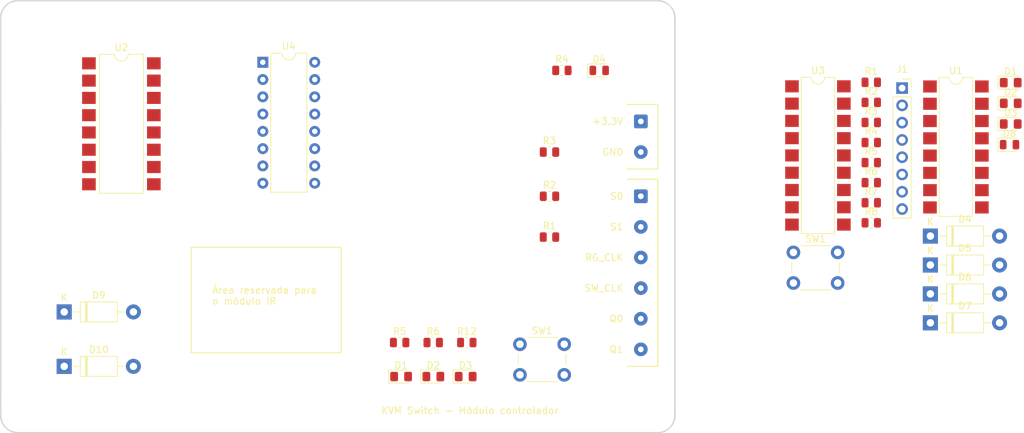
<source format=kicad_pcb>
(kicad_pcb (version 20221018) (generator pcbnew)
  (layers (0 "F.Cu" signal) (31 "B.Cu" signal) (34 "B.Paste" user) (35 "F.Paste" user) (36 "B.SilkS" user "B.Silkscreen") (37 "F.SilkS" user "F.Silkscreen") (38 "B.Mask" user) (39 "F.Mask" user) (44 "Edge.Cuts" user))
  (net 0 "")
  (net 1 "GND")
  (net 2 "Net-(D1-A)")
  (net 3 "Net-(D2-A)")
  (net 4 "Net-(D3-A)")
  (net 5 "Net-(D4-A)")
  (net 6 "/Control Sheet/LED2_ON")
  (net 7 "/Control Sheet/SI0")
  (net 8 "/Control Sheet/LED3_ON")
  (net 9 "/Control Sheet/SI1")
  (net 10 "+3.3V")
  (net 11 "/Control Sheet/REG_CLK")
  (net 12 "/Control Sheet/SO0")
  (net 13 "/Control Sheet/SO1")
  (net 14 "/Control Sheet/S0")
  (net 15 "/Control Sheet/S1")
  (net 16 "/Control Sheet/CLOCK")
  (net 17 "/Control Sheet/LED1_ON")
  (net 18 "/BUF_REG_S0")
  (net 19 "/S0_IN")
  (net 20 "/BUF_REG_S1")
  (net 21 "/S1_IN")
  (net 22 "/REG_CLK_IN")
  (net 23 "/SEQ_CLK")
  (net 24 "/SEQ_CLK_IN")
  (net 25 "/LED2_ON")
  (net 26 "Net-(D8-A)")
  (net 27 "/LED3_ON")
  (net 29 "/REG_CLK")
  (net 30 "/BUF_SEQ_S0")
  (net 31 "/SEQ_Q0")
  (net 32 "/BUF_SEQ_S1")
  (net 35 "/LED1_ON")
  (net 36 "/SEQ_RESET")
  (net 41 "/REG_S0")
  (net 42 "/REG_S1")
  (footprint "Diode_THT:D_DO-41_SOD81_P10.16mm_Horizontal" (layer "F.Cu") (at 213.51 120.6)
    (fp_text reference "D7" (at 5.08 -2.47) (layer "F.SilkS"))
    (fp_text value "1N4001")
    (fp_text user "K" (at 0 -2.1) (layer "F.SilkS"))
    (fp_line (start 1.34 0) (end 2.36 0) (stroke (width 0.12)) (layer "F.SilkS"))
    (fp_line (start 2.36 -1.47) (end 2.36 1.47) (stroke (width 0.12)) (layer "F.SilkS"))
    (fp_line (start 2.36 1.47) (end 7.8 1.47) (stroke (width 0.12)) (layer "F.SilkS"))
    (fp_line (start 3.14 -1.47) (end 3.14 1.47) (stroke (width 0.12)) (layer "F.SilkS"))
    (fp_line (start 3.26 -1.47) (end 3.26 1.47) (stroke (width 0.12)) (layer "F.SilkS"))
    (fp_line (start 3.38 -1.47) (end 3.38 1.47) (stroke (width 0.12)) (layer "F.SilkS"))
    (fp_line (start 7.8 -1.47) (end 2.36 -1.47) (stroke (width 0.12)) (layer "F.SilkS"))
    (fp_line (start 7.8 1.47) (end 7.8 -1.47) (stroke (width 0.12)) (layer "F.SilkS"))
    (fp_line (start 8.82 0) (end 7.8 0) (stroke (width 0.12)) (layer "F.SilkS"))
    (pad "1" thru_hole rect (at 0 0) (size 2.2 2.2) (drill 1.1) (layers "*.Cu" "*.Mask") (net 23 "/SEQ_CLK"))
    (pad "2" thru_hole oval (at 10.16 0) (size 2.2 2.2) (drill 1.1) (layers "*.Cu" "*.Mask") (net 24 "/SEQ_CLK_IN"))
  )
  (footprint "Resistor_SMD:R_0805_2012Metric" (layer "F.Cu") (at 204.83 88.2)
    (fp_text reference "R2" (at 0 -1.65) (layer "F.SilkS"))
    (fp_text value "R75")
    (fp_line (start -0.227064 -0.735) (end 0.227064 -0.735) (stroke (width 0.12)) (layer "F.SilkS"))
    (fp_line (start -0.227064 0.735) (end 0.227064 0.735) (stroke (width 0.12)) (layer "F.SilkS"))
    (pad "1" smd roundrect (at -0.9125 0) (size 1.025 1.4) (layers "F.Cu" "F.Paste" "F.Mask") (roundrect_rratio 0.243902) (net 25 "/LED2_ON"))
    (pad "2" smd roundrect (at 0.9125 0) (size 1.025 1.4) (layers "F.Cu" "F.Paste" "F.Mask") (roundrect_rratio 0.243902) (net 3 "Net-(D2-A)"))
  )
  (footprint "Resistor_SMD:R_0805_2012Metric" (layer "F.Cu") (at 157.5875 95.5)
    (fp_text reference "R3" (at 0 -1.65) (layer "F.SilkS"))
    (fp_text value "10k")
    (fp_line (start -0.227064 -0.735) (end 0.227064 -0.735) (stroke (width 0.12)) (layer "F.SilkS"))
    (fp_line (start -0.227064 0.735) (end 0.227064 0.735) (stroke (width 0.12)) (layer "F.SilkS"))
    (pad "1" smd roundrect (at -0.9125 0) (size 1.025 1.4) (layers "F.Cu" "F.Paste" "F.Mask") (roundrect_rratio 0.243902) (net 16 "/Control Sheet/CLOCK"))
    (pad "2" smd roundrect (at 0.9125 0) (size 1.025 1.4) (layers "F.Cu" "F.Paste" "F.Mask") (roundrect_rratio 0.243902) (net 1 "GND"))
  )
  (footprint "Resistor_SMD:R_0805_2012Metric" (layer "F.Cu") (at 204.83 85.25)
    (fp_text reference "R1" (at 0 -1.65) (layer "F.SilkS"))
    (fp_text value "R75")
    (fp_line (start -0.227064 -0.735) (end 0.227064 -0.735) (stroke (width 0.12)) (layer "F.SilkS"))
    (fp_line (start -0.227064 0.735) (end 0.227064 0.735) (stroke (width 0.12)) (layer "F.SilkS"))
    (pad "1" smd roundrect (at -0.9125 0) (size 1.025 1.4) (layers "F.Cu" "F.Paste" "F.Mask") (roundrect_rratio 0.243902) (net 35 "/LED1_ON"))
    (pad "2" smd roundrect (at 0.9125 0) (size 1.025 1.4) (layers "F.Cu" "F.Paste" "F.Mask") (roundrect_rratio 0.243902) (net 2 "Net-(D1-A)"))
  )
  (footprint "Package_DIP:SMDIP-16_W7.62mm" (layer "F.Cu") (at 217.26 94.75)
    (fp_text reference "U1" (at 0 -11.22) (layer "F.SilkS"))
    (fp_text value "74AHC1G02")
    (fp_line (start -2.45 -10.22) (end -2.45 10.22) (stroke (width 0.12)) (layer "F.SilkS"))
    (fp_line (start -2.45 10.22) (end 2.45 10.22) (stroke (width 0.12)) (layer "F.SilkS"))
    (fp_line (start -1 -10.22) (end -2.45 -10.22) (stroke (width 0.12)) (layer "F.SilkS"))
    (fp_line (start 2.45 -10.22) (end 1 -10.22) (stroke (width 0.12)) (layer "F.SilkS"))
    (fp_line (start 2.45 10.22) (end 2.45 -10.22) (stroke (width 0.12)) (layer "F.SilkS"))
    (fp_arc (start 1 -10.22) (mid 0 -9.22) (end -1 -10.22) (stroke (width 0.12)) (layer "F.SilkS"))
    (pad "1" smd rect (at -3.81 -8.89) (size 2 1.78) (layers "F.Cu" "F.Paste" "F.Mask") (net 25 "/LED2_ON"))
    (pad "2" smd rect (at -3.81 -6.35) (size 2 1.78) (layers "F.Cu" "F.Paste" "F.Mask") (net 27 "/LED3_ON"))
    (pad "3" smd rect (at -3.81 -3.81) (size 2 1.78) (layers "F.Cu" "F.Paste" "F.Mask") (net 1 "GND"))
    (pad "4" smd rect (at -3.81 -1.27) (size 2 1.78) (layers "F.Cu" "F.Paste" "F.Mask") (net 35 "/LED1_ON"))
    (pad "5" smd rect (at -3.81 1.27) (size 2 1.78) (layers "F.Cu" "F.Paste" "F.Mask") (net 10 "+3.3V"))
    (pad "6" smd rect (at -3.81 3.81) (size 2 1.78) (layers "F.Cu" "F.Paste" "F.Mask"))
    (pad "7" smd rect (at -3.81 6.35) (size 2 1.78) (layers "F.Cu" "F.Paste" "F.Mask"))
    (pad "8" smd rect (at -3.81 8.89) (size 2 1.78) (layers "F.Cu" "F.Paste" "F.Mask"))
    (pad "9" smd rect (at 3.81 8.89) (size 2 1.78) (layers "F.Cu" "F.Paste" "F.Mask"))
    (pad "10" smd rect (at 3.81 6.35) (size 2 1.78) (layers "F.Cu" "F.Paste" "F.Mask"))
    (pad "11" smd rect (at 3.81 3.81) (size 2 1.78) (layers "F.Cu" "F.Paste" "F.Mask"))
    (pad "12" smd rect (at 3.81 1.27) (size 2 1.78) (layers "F.Cu" "F.Paste" "F.Mask"))
    (pad "13" smd rect (at 3.81 -1.27) (size 2 1.78) (layers "F.Cu" "F.Paste" "F.Mask"))
    (pad "14" smd rect (at 3.81 -3.81) (size 2 1.78) (layers "F.Cu" "F.Paste" "F.Mask"))
    (pad "15" smd rect (at 3.81 -6.35) (size 2 1.78) (layers "F.Cu" "F.Paste" "F.Mask"))
    (pad "16" smd rect (at 3.81 -8.89) (size 2 1.78) (layers "F.Cu" "F.Paste" "F.Mask"))
  )
  (footprint "Diode_THT:D_DO-41_SOD81_P10.16mm_Horizontal" (layer "F.Cu") (at 213.51 112.1)
    (fp_text reference "D5" (at 5.08 -2.47) (layer "F.SilkS"))
    (fp_text value "1N4001")
    (fp_text user "K" (at 0 -2.1) (layer "F.SilkS"))
    (fp_line (start 1.34 0) (end 2.36 0) (stroke (width 0.12)) (layer "F.SilkS"))
    (fp_line (start 2.36 -1.47) (end 2.36 1.47) (stroke (width 0.12)) (layer "F.SilkS"))
    (fp_line (start 2.36 1.47) (end 7.8 1.47) (stroke (width 0.12)) (layer "F.SilkS"))
    (fp_line (start 3.14 -1.47) (end 3.14 1.47) (stroke (width 0.12)) (layer "F.SilkS"))
    (fp_line (start 3.26 -1.47) (end 3.26 1.47) (stroke (width 0.12)) (layer "F.SilkS"))
    (fp_line (start 3.38 -1.47) (end 3.38 1.47) (stroke (width 0.12)) (layer "F.SilkS"))
    (fp_line (start 7.8 -1.47) (end 2.36 -1.47) (stroke (width 0.12)) (layer "F.SilkS"))
    (fp_line (start 7.8 1.47) (end 7.8 -1.47) (stroke (width 0.12)) (layer "F.SilkS"))
    (fp_line (start 8.82 0) (end 7.8 0) (stroke (width 0.12)) (layer "F.SilkS"))
    (pad "1" thru_hole rect (at 0 0) (size 2.2 2.2) (drill 1.1) (layers "*.Cu" "*.Mask") (net 20 "/BUF_REG_S1"))
    (pad "2" thru_hole oval (at 10.16 0) (size 2.2 2.2) (drill 1.1) (layers "*.Cu" "*.Mask") (net 21 "/S1_IN"))
  )
  (footprint "LED_SMD:LED_0805_2012Metric_Pad1.15x1.40mm_HandSolder" (layer "F.Cu") (at 225.305 88.335)
    (fp_text reference "D2" (at 0 -1.65) (layer "F.SilkS"))
    (fp_text value "LED2")
    (fp_line (start -1.86 -0.96) (end -1.86 0.96) (stroke (width 0.12)) (layer "F.SilkS"))
    (fp_line (start -1.86 0.96) (end 1 0.96) (stroke (width 0.12)) (layer "F.SilkS"))
    (fp_line (start 1 -0.96) (end -1.86 -0.96) (stroke (width 0.12)) (layer "F.SilkS"))
    (pad "1" smd roundrect (at -1.025 0) (size 1.15 1.4) (layers "F.Cu" "F.Paste" "F.Mask") (roundrect_rratio 0.217391) (net 1 "GND"))
    (pad "2" smd roundrect (at 1.025 0) (size 1.15 1.4) (layers "F.Cu" "F.Paste" "F.Mask") (roundrect_rratio 0.217391) (net 3 "Net-(D2-A)"))
  )
  (footprint "Button_Switch_THT:SW_PUSH_6mm" (layer "F.Cu") (at 153.25 123.75)
    (fp_text reference "SW1" (at 3.25 -2) (layer "F.SilkS"))
    (fp_text value "SW_DIP_x01")
    (fp_line (start -0.25 1.5) (end -0.25 3) (stroke (width 0.12)) (layer "F.SilkS"))
    (fp_line (start 1 5.5) (end 5.5 5.5) (stroke (width 0.12)) (layer "F.SilkS"))
    (fp_line (start 5.5 -1) (end 1 -1) (stroke (width 0.12)) (layer "F.SilkS"))
    (fp_line (start 6.75 3) (end 6.75 1.5) (stroke (width 0.12)) (layer "F.SilkS"))
    (pad "1" thru_hole circle (at 0 0 90) (size 2 2) (drill 1.1) (layers "*.Cu" "*.Mask") (net 10 "+3.3V"))
    (pad "1" thru_hole circle (at 6.5 0 90) (size 2 2) (drill 1.1) (layers "*.Cu" "*.Mask") (net 10 "+3.3V"))
    (pad "2" thru_hole circle (at 0 4.5 90) (size 2 2) (drill 1.1) (layers "*.Cu" "*.Mask") (net 11 "/Control Sheet/REG_CLK"))
    (pad "2" thru_hole circle (at 6.5 4.5 90) (size 2 2) (drill 1.1) (layers "*.Cu" "*.Mask") (net 11 "/Control Sheet/REG_CLK"))
  )
  (footprint "Connector_Wire:SolderWire-0.25sqmm_1x06_P4.5mm_D0.65mm_OD2mm" (layer "F.Cu") (at 171 102 -90)
    (fp_text reference "J2" hide)
    (fp_text value "Conn_01x06_Socket" hide)
    (pad "1" thru_hole roundrect locked (at 0 0 270) (size 2 2) (drill 0.85) (layers "*.Cu" "*.Mask") (roundrect_rratio 0.125) (net 7 "/Control Sheet/SI0"))
    (pad "2" thru_hole circle locked (at 4.5 0 270) (size 2 2) (drill 0.85) (layers "*.Cu" "*.Mask") (net 9 "/Control Sheet/SI1"))
    (pad "3" thru_hole circle locked (at 9 0 270) (size 2 2) (drill 0.85) (layers "*.Cu" "*.Mask") (net 11 "/Control Sheet/REG_CLK"))
    (pad "4" thru_hole circle locked (at 13.5 0 270) (size 2 2) (drill 0.85) (layers "*.Cu" "*.Mask") (net 11 "/Control Sheet/REG_CLK"))
    (pad "5" thru_hole circle locked (at 18 0 270) (size 2 2) (drill 0.85) (layers "*.Cu" "*.Mask") (net 12 "/Control Sheet/SO0"))
    (pad "6" thru_hole circle locked (at 22.5 0 270) (size 2 2) (drill 0.85) (layers "*.Cu" "*.Mask") (net 13 "/Control Sheet/SO1"))
  )
  (footprint "Resistor_SMD:R_0805_2012Metric" (layer "F.Cu") (at 145.4475 123.5)
    (fp_text reference "R12" (at 0 -1.65) (layer "F.SilkS"))
    (fp_text value "R75")
    (fp_line (start -0.227064 -0.735) (end 0.227064 -0.735) (stroke (width 0.12)) (layer "F.SilkS"))
    (fp_line (start -0.227064 0.735) (end 0.227064 0.735) (stroke (width 0.12)) (layer "F.SilkS"))
    (pad "1" smd roundrect (at -0.9125 0) (size 1.025 1.4) (layers "F.Cu" "F.Paste" "F.Mask") (roundrect_rratio 0.243902) (net 8 "/Control Sheet/LED3_ON"))
    (pad "2" smd roundrect (at 0.9125 0) (size 1.025 1.4) (layers "F.Cu" "F.Paste" "F.Mask") (roundrect_rratio 0.243902) (net 4 "Net-(D3-A)"))
  )
  (footprint "Button_Switch_THT:SW_PUSH_6mm" (layer "F.Cu") (at 193.4 110.25)
    (fp_text reference "SW1" (at 3.25 -2) (layer "F.SilkS"))
    (fp_text value "SW_DIP_x01")
    (fp_line (start -0.25 1.5) (end -0.25 3) (stroke (width 0.12)) (layer "F.SilkS"))
    (fp_line (start 1 5.5) (end 5.5 5.5) (stroke (width 0.12)) (layer "F.SilkS"))
    (fp_line (start 5.5 -1) (end 1 -1) (stroke (width 0.12)) (layer "F.SilkS"))
    (fp_line (start 6.75 3) (end 6.75 1.5) (stroke (width 0.12)) (layer "F.SilkS"))
    (pad "1" thru_hole circle (at 0 0 90) (size 2 2) (drill 1.1) (layers "*.Cu" "*.Mask") (net 10 "+3.3V"))
    (pad "1" thru_hole circle (at 6.5 0 90) (size 2 2) (drill 1.1) (layers "*.Cu" "*.Mask") (net 10 "+3.3V"))
    (pad "2" thru_hole circle (at 0 4.5 90) (size 2 2) (drill 1.1) (layers "*.Cu" "*.Mask") (net 23 "/SEQ_CLK"))
    (pad "2" thru_hole circle (at 6.5 4.5 90) (size 2 2) (drill 1.1) (layers "*.Cu" "*.Mask") (net 23 "/SEQ_CLK"))
  )
  (footprint "Diode_THT:D_DO-41_SOD81_P10.16mm_Horizontal" (layer "F.Cu") (at 213.51 116.35)
    (fp_text reference "D6" (at 5.08 -2.47) (layer "F.SilkS"))
    (fp_text value "1N4001")
    (fp_text user "K" (at 0 -2.1) (layer "F.SilkS"))
    (fp_line (start 1.34 0) (end 2.36 0) (stroke (width 0.12)) (layer "F.SilkS"))
    (fp_line (start 2.36 -1.47) (end 2.36 1.47) (stroke (width 0.12)) (layer "F.SilkS"))
    (fp_line (start 2.36 1.47) (end 7.8 1.47) (stroke (width 0.12)) (layer "F.SilkS"))
    (fp_line (start 3.14 -1.47) (end 3.14 1.47) (stroke (width 0.12)) (layer "F.SilkS"))
    (fp_line (start 3.26 -1.47) (end 3.26 1.47) (stroke (width 0.12)) (layer "F.SilkS"))
    (fp_line (start 3.38 -1.47) (end 3.38 1.47) (stroke (width 0.12)) (layer "F.SilkS"))
    (fp_line (start 7.8 -1.47) (end 2.36 -1.47) (stroke (width 0.12)) (layer "F.SilkS"))
    (fp_line (start 7.8 1.47) (end 7.8 -1.47) (stroke (width 0.12)) (layer "F.SilkS"))
    (fp_line (start 8.82 0) (end 7.8 0) (stroke (width 0.12)) (layer "F.SilkS"))
    (pad "1" thru_hole rect (at 0 0) (size 2.2 2.2) (drill 1.1) (layers "*.Cu" "*.Mask") (net 29 "/REG_CLK"))
    (pad "2" thru_hole oval (at 10.16 0) (size 2.2 2.2) (drill 1.1) (layers "*.Cu" "*.Mask") (net 22 "/REG_CLK_IN"))
  )
  (footprint "Resistor_SMD:R_0805_2012Metric" (layer "F.Cu") (at 204.83 100)
    (fp_text reference "R6" (at 0 -1.65) (layer "F.SilkS"))
    (fp_text value "10k")
    (fp_line (start -0.227064 -0.735) (end 0.227064 -0.735) (stroke (width 0.12)) (layer "F.SilkS"))
    (fp_line (start -0.227064 0.735) (end 0.227064 0.735) (stroke (width 0.12)) (layer "F.SilkS"))
    (pad "1" smd roundrect (at -0.9125 0) (size 1.025 1.4) (layers "F.Cu" "F.Paste" "F.Mask") (roundrect_rratio 0.243902) (net 22 "/REG_CLK_IN"))
    (pad "2" smd roundrect (at 0.9125 0) (size 1.025 1.4) (layers "F.Cu" "F.Paste" "F.Mask") (roundrect_rratio 0.243902) (net 1 "GND"))
  )
  (footprint "Resistor_SMD:R_0805_2012Metric" (layer "F.Cu") (at 157.5875 108)
    (fp_text reference "R1" (at 0 -1.65) (layer "F.SilkS"))
    (fp_text value "10k")
    (fp_line (start -0.227064 -0.735) (end 0.227064 -0.735) (stroke (width 0.12)) (layer "F.SilkS"))
    (fp_line (start -0.227064 0.735) (end 0.227064 0.735) (stroke (width 0.12)) (layer "F.SilkS"))
    (pad "1" smd roundrect (at -0.9125 0) (size 1.025 1.4) (layers "F.Cu" "F.Paste" "F.Mask") (roundrect_rratio 0.243902) (net 14 "/Control Sheet/S0"))
    (pad "2" smd roundrect (at 0.9125 0) (size 1.025 1.4) (layers "F.Cu" "F.Paste" "F.Mask") (roundrect_rratio 0.243902) (net 1 "GND"))
  )
  (footprint "Resistor_SMD:R_0805_2012Metric" (layer "F.Cu") (at 159.4125 83.5)
    (fp_text reference "R4" (at 0 -1.65) (layer "F.SilkS"))
    (fp_text value "75R")
    (fp_line (start -0.227064 -0.735) (end 0.227064 -0.735) (stroke (width 0.12)) (layer "F.SilkS"))
    (fp_line (start -0.227064 0.735) (end 0.227064 0.735) (stroke (width 0.12)) (layer "F.SilkS"))
    (pad "1" smd roundrect (at -0.9125 0) (size 1.025 1.4) (layers "F.Cu" "F.Paste" "F.Mask") (roundrect_rratio 0.243902) (net 10 "+3.3V"))
    (pad "2" smd roundrect (at 0.9125 0) (size 1.025 1.4) (layers "F.Cu" "F.Paste" "F.Mask") (roundrect_rratio 0.243902) (net 5 "Net-(D4-A)"))
  )
  (footprint "LED_SMD:LED_0805_2012Metric" (layer "F.Cu") (at 164.8875 83.5)
    (fp_text reference "D4" (at 0 -1.65) (layer "F.SilkS"))
    (fp_text value "LED")
    (fp_line (start -1.685 -0.96) (end -1.685 0.96) (stroke (width 0.12)) (layer "F.SilkS"))
    (fp_line (start -1.685 0.96) (end 1 0.96) (stroke (width 0.12)) (layer "F.SilkS"))
    (fp_line (start 1 -0.96) (end -1.685 -0.96) (stroke (width 0.12)) (layer "F.SilkS"))
    (pad "1" smd roundrect (at -0.9375 0) (size 0.975 1.4) (layers "F.Cu" "F.Paste" "F.Mask") (net 1 "GND"))
    (pad "2" smd roundrect (at 0.9375 0) (size 0.975 1.4) (layers "F.Cu" "F.Paste" "F.Mask") (net 5 "Net-(D4-A)"))
  )
  (footprint "Diode_THT:D_DO-41_SOD81_P10.16mm_Horizontal" (layer "F.Cu") (at 86.34 119)
    (fp_text reference "D9" (at 5.08 -2.47) (layer "F.SilkS"))
    (fp_text value "1N4001")
    (fp_text user "K" (at 0 -2.1) (layer "F.SilkS"))
    (fp_line (start 1.34 0) (end 2.36 0) (stroke (width 0.12)) (layer "F.SilkS"))
    (fp_line (start 2.36 -1.47) (end 2.36 1.47) (stroke (width 0.12)) (layer "F.SilkS"))
    (fp_line (start 2.36 1.47) (end 7.8 1.47) (stroke (width 0.12)) (layer "F.SilkS"))
    (fp_line (start 3.14 -1.47) (end 3.14 1.47) (stroke (width 0.12)) (layer "F.SilkS"))
    (fp_line (start 3.26 -1.47) (end 3.26 1.47) (stroke (width 0.12)) (layer "F.SilkS"))
    (fp_line (start 3.38 -1.47) (end 3.38 1.47) (stroke (width 0.12)) (layer "F.SilkS"))
    (fp_line (start 7.8 -1.47) (end 2.36 -1.47) (stroke (width 0.12)) (layer "F.SilkS"))
    (fp_line (start 7.8 1.47) (end 7.8 -1.47) (stroke (width 0.12)) (layer "F.SilkS"))
    (fp_line (start 8.82 0) (end 7.8 0) (stroke (width 0.12)) (layer "F.SilkS"))
    (pad "1" thru_hole rect (at 0 0) (size 2.2 2.2) (drill 1.1) (layers "*.Cu" "*.Mask") (net 6 "/Control Sheet/LED2_ON"))
    (pad "2" thru_hole oval (at 10.16 0) (size 2.2 2.2) (drill 1.1) (layers "*.Cu" "*.Mask") (net 7 "/Control Sheet/SI0"))
  )
  (footprint "LED_SMD:LED_0805_2012Metric_Pad1.15x1.40mm_HandSolder" (layer "F.Cu") (at 140.54 128.5)
    (fp_text reference "D2" (at 0 -1.65) (layer "F.SilkS"))
    (fp_text value "LED2")
    (fp_line (start -1.86 -0.96) (end -1.86 0.96) (stroke (width 0.12)) (layer "F.SilkS"))
    (fp_line (start -1.86 0.96) (end 1 0.96) (stroke (width 0.12)) (layer "F.SilkS"))
    (fp_line (start 1 -0.96) (end -1.86 -0.96) (stroke (width 0.12)) (layer "F.SilkS"))
    (pad "1" smd roundrect (at -1.025 0) (size 1.15 1.4) (layers "F.Cu" "F.Paste" "F.Mask") (roundrect_rratio 0.217391) (net 1 "GND"))
    (pad "2" smd roundrect (at 1.025 0) (size 1.15 1.4) (layers "F.Cu" "F.Paste" "F.Mask") (roundrect_rratio 0.217391) (net 3 "Net-(D2-A)"))
  )
  (footprint "LED_SMD:LED_0805_2012Metric_Pad1.15x1.40mm_HandSolder" (layer "F.Cu") (at 145.2775 128.5)
    (fp_text reference "D3" (at 0 -1.65) (layer "F.SilkS"))
    (fp_text value "LED3")
    (fp_line (start -1.86 -0.96) (end -1.86 0.96) (stroke (width 0.12)) (layer "F.SilkS"))
    (fp_line (start -1.86 0.96) (end 1 0.96) (stroke (width 0.12)) (layer "F.SilkS"))
    (fp_line (start 1 -0.96) (end -1.86 -0.96) (stroke (width 0.12)) (layer "F.SilkS"))
    (pad "1" smd roundrect (at -1.025 0) (size 1.15 1.4) (layers "F.Cu" "F.Paste" "F.Mask") (roundrect_rratio 0.217391) (net 1 "GND"))
    (pad "2" smd roundrect (at 1.025 0) (size 1.15 1.4) (layers "F.Cu" "F.Paste" "F.Mask") (roundrect_rratio 0.217391) (net 4 "Net-(D3-A)"))
  )
  (footprint "Package_DIP:DIP-16_W7.62mm" (layer "F.Cu") (at 115.5 82.3)
    (fp_text reference "U4" (at 3.81 -2.33) (layer "F.SilkS"))
    (fp_text value "74LS195")
    (fp_line (start 1.16 -1.33) (end 1.16 19.11) (stroke (width 0.12)) (layer "F.SilkS"))
    (fp_line (start 1.16 19.11) (end 6.46 19.11) (stroke (width 0.12)) (layer "F.SilkS"))
    (fp_line (start 2.81 -1.33) (end 1.16 -1.33) (stroke (width 0.12)) (layer "F.SilkS"))
    (fp_line (start 6.46 -1.33) (end 4.81 -1.33) (stroke (width 0.12)) (layer "F.SilkS"))
    (fp_line (start 6.46 19.11) (end 6.46 -1.33) (stroke (width 0.12)) (layer "F.SilkS"))
    (fp_arc (start 4.81 -1.33) (mid 3.81 -0.33) (end 2.81 -1.33) (stroke (width 0.12)) (layer "F.SilkS"))
    (pad "1" thru_hole rect (at 0 0) (size 1.6 1.6) (drill 0.8) (layers "*.Cu" "*.Mask"))
    (pad "2" thru_hole oval (at 0 2.54) (size 1.6 1.6) (drill 0.8) (layers "*.Cu" "*.Mask"))
    (pad "3" thru_hole oval (at 0 5.08) (size 1.6 1.6) (drill 0.8) (layers "*.Cu" "*.Mask"))
    (pad "4" thru_hole oval (at 0 7.62) (size 1.6 1.6) (drill 0.8) (layers "*.Cu" "*.Mask") (net 41 "/REG_S0"))
    (pad "5" thru_hole oval (at 0 10.16) (size 1.6 1.6) (drill 0.8) (layers "*.Cu" "*.Mask") (net 42 "/REG_S1"))
    (pad "6" thru_hole oval (at 0 12.7) (size 1.6 1.6) (drill 0.8) (layers "*.Cu" "*.Mask"))
    (pad "7" thru_hole oval (at 0 15.24) (size 1.6 1.6) (drill 0.8) (layers "*.Cu" "*.Mask"))
    (pad "8" thru_hole oval (at 0 17.78) (size 1.6 1.6) (drill 0.8) (layers "*.Cu" "*.Mask") (net 1 "GND"))
    (pad "9" thru_hole oval (at 7.62 17.78) (size 1.6 1.6) (drill 0.8) (layers "*.Cu" "*.Mask"))
    (pad "10" thru_hole oval (at 7.62 15.24) (size 1.6 1.6) (drill 0.8) (layers "*.Cu" "*.Mask") (net 29 "/REG_CLK"))
    (pad "11" thru_hole oval (at 7.62 12.7) (size 1.6 1.6) (drill 0.8) (layers "*.Cu" "*.Mask"))
    (pad "12" thru_hole oval (at 7.62 10.16) (size 1.6 1.6) (drill 0.8) (layers "*.Cu" "*.Mask"))
    (pad "13" thru_hole oval (at 7.62 7.62) (size 1.6 1.6) (drill 0.8) (layers "*.Cu" "*.Mask"))
    (pad "14" thru_hole oval (at 7.62 5.08) (size 1.6 1.6) (drill 0.8) (layers "*.Cu" "*.Mask") (net 27 "/LED3_ON"))
    (pad "15" thru_hole oval (at 7.62 2.54) (size 1.6 1.6) (drill 0.8) (layers "*.Cu" "*.Mask") (net 25 "/LED2_ON"))
    (pad "16" thru_hole oval (at 7.62 0) (size 1.6 1.6) (drill 0.8) (layers "*.Cu" "*.Mask") (net 10 "+3.3V"))
  )
  (footprint "Resistor_SMD:R_0805_2012Metric" (layer "F.Cu") (at 204.83 94.1)
    (fp_text reference "R4" (at 0 -1.65) (layer "F.SilkS"))
    (fp_text value "10k")
    (fp_line (start -0.227064 -0.735) (end 0.227064 -0.735) (stroke (width 0.12)) (layer "F.SilkS"))
    (fp_line (start -0.227064 0.735) (end 0.227064 0.735) (stroke (width 0.12)) (layer "F.SilkS"))
    (pad "1" smd roundrect (at -0.9125 0) (size 1.025 1.4) (layers "F.Cu" "F.Paste" "F.Mask") (roundrect_rratio 0.243902) (net 19 "/S0_IN"))
    (pad "2" smd roundrect (at 0.9125 0) (size 1.025 1.4) (layers "F.Cu" "F.Paste" "F.Mask") (roundrect_rratio 0.243902) (net 1 "GND"))
  )
  (footprint "Package_DIP:SMDIP-18_W7.62mm" (layer "F.Cu") (at 197 96)
    (fp_text reference "U3" (at 0 -12.49) (layer "F.SilkS"))
    (fp_text value "74HCT244")
    (fp_line (start -2.45 -11.49) (end -2.45 11.49) (stroke (width 0.12)) (layer "F.SilkS"))
    (fp_line (start -2.45 11.49) (end 2.45 11.49) (stroke (width 0.12)) (layer "F.SilkS"))
    (fp_line (start -1 -11.49) (end -2.45 -11.49) (stroke (width 0.12)) (layer "F.SilkS"))
    (fp_line (start 2.45 -11.49) (end 1 -11.49) (stroke (width 0.12)) (layer "F.SilkS"))
    (fp_line (start 2.45 11.49) (end 2.45 -11.49) (stroke (width 0.12)) (layer "F.SilkS"))
    (fp_arc (start 1 -11.49) (mid 0 -10.49) (end -1 -11.49) (stroke (width 0.12)) (layer "F.SilkS"))
    (pad "1" smd rect (at -3.81 -10.16) (size 2 1.78) (layers "F.Cu" "F.Paste" "F.Mask") (net 23 "/SEQ_CLK"))
    (pad "2" smd rect (at -3.81 -7.62) (size 2 1.78) (layers "F.Cu" "F.Paste" "F.Mask") (net 30 "/BUF_SEQ_S0"))
    (pad "3" smd rect (at -3.81 -5.08) (size 2 1.78) (layers "F.Cu" "F.Paste" "F.Mask") (net 41 "/REG_S0"))
    (pad "4" smd rect (at -3.81 -2.54) (size 2 1.78) (layers "F.Cu" "F.Paste" "F.Mask") (net 32 "/BUF_SEQ_S1"))
    (pad "5" smd rect (at -3.81 0) (size 2 1.78) (layers "F.Cu" "F.Paste" "F.Mask") (net 42 "/REG_S1"))
    (pad "6" smd rect (at -3.81 2.54) (size 2 1.78) (layers "F.Cu" "F.Paste" "F.Mask"))
    (pad "7" smd rect (at -3.81 5.08) (size 2 1.78) (layers "F.Cu" "F.Paste" "F.Mask"))
    (pad "8" smd rect (at -3.81 7.62) (size 2 1.78) (layers "F.Cu" "F.Paste" "F.Mask"))
    (pad "9" smd rect (at -3.81 10.16) (size 2 1.78) (layers "F.Cu" "F.Paste" "F.Mask"))
    (pad "10" smd rect (at 3.81 10.16) (size 2 1.78) (layers "F.Cu" "F.Paste" "F.Mask") (net 1 "GND"))
    (pad "11" smd rect (at 3.81 7.62) (size 2 1.78) (layers "F.Cu" "F.Paste" "F.Mask"))
    (pad "12" smd rect (at 3.81 5.08) (size 2 1.78) (layers "F.Cu" "F.Paste" "F.Mask"))
    (pad "13" smd rect (at 3.81 2.54) (size 2 1.78) (layers "F.Cu" "F.Paste" "F.Mask"))
    (pad "14" smd rect (at 3.81 0) (size 2 1.78) (layers "F.Cu" "F.Paste" "F.Mask"))
    (pad "15" smd rect (at 3.81 -2.54) (size 2 1.78) (layers "F.Cu" "F.Paste" "F.Mask") (net 20 "/BUF_REG_S1"))
    (pad "16" smd rect (at 3.81 -5.08) (size 2 1.78) (layers "F.Cu" "F.Paste" "F.Mask") (net 42 "/REG_S1"))
    (pad "17" smd rect (at 3.81 -7.62) (size 2 1.78) (layers "F.Cu" "F.Paste" "F.Mask") (net 18 "/BUF_REG_S0"))
    (pad "18" smd rect (at 3.81 -10.16) (size 2 1.78) (layers "F.Cu" "F.Paste" "F.Mask") (net 41 "/REG_S0"))
  )
  (footprint "Resistor_SMD:R_0805_2012Metric" (layer "F.Cu") (at 140.5175 123.5)
    (fp_text reference "R6" (at 0 -1.65) (layer "F.SilkS"))
    (fp_text value "R75")
    (fp_line (start -0.227064 -0.735) (end 0.227064 -0.735) (stroke (width 0.12)) (layer "F.SilkS"))
    (fp_line (start -0.227064 0.735) (end 0.227064 0.735) (stroke (width 0.12)) (layer "F.SilkS"))
    (pad "1" smd roundrect (at -0.9125 0) (size 1.025 1.4) (layers "F.Cu" "F.Paste" "F.Mask") (roundrect_rratio 0.243902) (net 6 "/Control Sheet/LED2_ON"))
    (pad "2" smd roundrect (at 0.9125 0) (size 1.025 1.4) (layers "F.Cu" "F.Paste" "F.Mask") (roundrect_rratio 0.243902) (net 3 "Net-(D2-A)"))
  )
  (footprint "Resistor_SMD:R_0805_2012Metric" (layer "F.Cu") (at 204.83 97.05)
    (fp_text reference "R5" (at 0 -1.65) (layer "F.SilkS"))
    (fp_text value "10k")
    (fp_line (start -0.227064 -0.735) (end 0.227064 -0.735) (stroke (width 0.12)) (layer "F.SilkS"))
    (fp_line (start -0.227064 0.735) (end 0.227064 0.735) (stroke (width 0.12)) (layer "F.SilkS"))
    (pad "1" smd roundrect (at -0.9125 0) (size 1.025 1.4) (layers "F.Cu" "F.Paste" "F.Mask") (roundrect_rratio 0.243902) (net 21 "/S1_IN"))
    (pad "2" smd roundrect (at 0.9125 0) (size 1.025 1.4) (layers "F.Cu" "F.Paste" "F.Mask") (roundrect_rratio 0.243902) (net 1 "GND"))
  )
  (footprint "LED_SMD:LED_0805_2012Metric_Pad1.15x1.40mm_HandSolder" (layer "F.Cu") (at 225.305 85.295)
    (fp_text reference "D1" (at 0 -1.65) (layer "F.SilkS"))
    (fp_text value "LED1")
    (fp_line (start -1.86 -0.96) (end -1.86 0.96) (stroke (width 0.12)) (layer "F.SilkS"))
    (fp_line (start -1.86 0.96) (end 1 0.96) (stroke (width 0.12)) (layer "F.SilkS"))
    (fp_line (start 1 -0.96) (end -1.86 -0.96) (stroke (width 0.12)) (layer "F.SilkS"))
    (pad "1" smd roundrect (at -1.025 0) (size 1.15 1.4) (layers "F.Cu" "F.Paste" "F.Mask") (roundrect_rratio 0.217391) (net 1 "GND"))
    (pad "2" smd roundrect (at 1.025 0) (size 1.15 1.4) (layers "F.Cu" "F.Paste" "F.Mask") (roundrect_rratio 0.217391) (net 2 "Net-(D1-A)"))
  )
  (footprint "Resistor_SMD:R_0805_2012Metric" (layer "F.Cu") (at 204.83 105.9)
    (fp_text reference "R8" (at 0 -1.65) (layer "F.SilkS"))
    (fp_text value "75R")
    (fp_line (start -0.227064 -0.735) (end 0.227064 -0.735) (stroke (width 0.12)) (layer "F.SilkS"))
    (fp_line (start -0.227064 0.735) (end 0.227064 0.735) (stroke (width 0.12)) (layer "F.SilkS"))
    (pad "1" smd roundrect (at -0.9125 0) (size 1.025 1.4) (layers "F.Cu" "F.Paste" "F.Mask") (roundrect_rratio 0.243902) (net 10 "+3.3V"))
    (pad "2" smd roundrect (at 0.9125 0) (size 1.025 1.4) (layers "F.Cu" "F.Paste" "F.Mask") (roundrect_rratio 0.243902) (net 26 "Net-(D8-A)"))
  )
  (footprint "Diode_THT:D_DO-41_SOD81_P10.16mm_Horizontal" (layer "F.Cu") (at 86.34 127)
    (fp_text reference "D10" (at 5.08 -2.47) (layer "F.SilkS"))
    (fp_text value "1N4001")
    (fp_text user "K" (at 0 -2.1) (layer "F.SilkS"))
    (fp_line (start 1.34 0) (end 2.36 0) (stroke (width 0.12)) (layer "F.SilkS"))
    (fp_line (start 2.36 -1.47) (end 2.36 1.47) (stroke (width 0.12)) (layer "F.SilkS"))
    (fp_line (start 2.36 1.47) (end 7.8 1.47) (stroke (width 0.12)) (layer "F.SilkS"))
    (fp_line (start 3.14 -1.47) (end 3.14 1.47) (stroke (width 0.12)) (layer "F.SilkS"))
    (fp_line (start 3.26 -1.47) (end 3.26 1.47) (stroke (width 0.12)) (layer "F.SilkS"))
    (fp_line (start 3.38 -1.47) (end 3.38 1.47) (stroke (width 0.12)) (layer "F.SilkS"))
    (fp_line (start 7.8 -1.47) (end 2.36 -1.47) (stroke (width 0.12)) (layer "F.SilkS"))
    (fp_line (start 7.8 1.47) (end 7.8 -1.47) (stroke (width 0.12)) (layer "F.SilkS"))
    (fp_line (start 8.82 0) (end 7.8 0) (stroke (width 0.12)) (layer "F.SilkS"))
    (pad "1" thru_hole rect (at 0 0) (size 2.2 2.2) (drill 1.1) (layers "*.Cu" "*.Mask") (net 8 "/Control Sheet/LED3_ON"))
    (pad "2" thru_hole oval (at 10.16 0) (size 2.2 2.2) (drill 1.1) (layers "*.Cu" "*.Mask") (net 9 "/Control Sheet/SI1"))
  )
  (footprint "Connector_PinSocket_2.54mm:PinSocket_1x08_P2.54mm_Vertical" (layer "F.Cu") (at 209.36 86.1)
    (fp_text reference "J1" (at 0 -2.77) (layer "F.SilkS"))
    (fp_text value "Conn_01x08_Socket")
    (fp_line (start -1.33 1.27) (end -1.33 19.11) (stroke (width 0.12)) (layer "F.SilkS"))
    (fp_line (start -1.33 1.27) (end 1.33 1.27) (stroke (width 0.12)) (layer "F.SilkS"))
    (fp_line (start -1.33 19.11) (end 1.33 19.11) (stroke (width 0.12)) (layer "F.SilkS"))
    (fp_line (start 0 -1.33) (end 1.33 -1.33) (stroke (width 0.12)) (layer "F.SilkS"))
    (fp_line (start 1.33 -1.33) (end 1.33 0) (stroke (width 0.12)) (layer "F.SilkS"))
    (fp_line (start 1.33 1.27) (end 1.33 19.11) (stroke (width 0.12)) (layer "F.SilkS"))
    (pad "1" thru_hole rect (at 0 0) (size 1.7 1.7) (drill 1) (layers "*.Cu" "*.Mask") (net 10 "+3.3V"))
    (pad "2" thru_hole oval (at 0 2.54) (size 1.7 1.7) (drill 1) (layers "*.Cu" "*.Mask") (net 1 "GND"))
    (pad "3" thru_hole oval (at 0 5.08) (size 1.7 1.7) (drill 1) (layers "*.Cu" "*.Mask") (net 19 "/S0_IN"))
    (pad "4" thru_hole oval (at 0 7.62) (size 1.7 1.7) (drill 1) (layers "*.Cu" "*.Mask") (net 21 "/S1_IN"))
    (pad "5" thru_hole oval (at 0 10.16) (size 1.7 1.7) (drill 1) (layers "*.Cu" "*.Mask") (net 22 "/REG_CLK_IN"))
    (pad "6" thru_hole oval (at 0 12.7) (size 1.7 1.7) (drill 1) (layers "*.Cu" "*.Mask") (net 24 "/SEQ_CLK_IN"))
    (pad "7" thru_hole oval (at 0 15.24) (size 1.7 1.7) (drill 1) (layers "*.Cu" "*.Mask") (net 25 "/LED2_ON"))
    (pad "8" thru_hole oval (at 0 17.78) (size 1.7 1.7) (drill 1) (layers "*.Cu" "*.Mask") (net 27 "/LED3_ON"))
  )
  (footprint "LED_SMD:LED_0805_2012Metric" (layer "F.Cu") (at 225.13 94.415)
    (fp_text reference "D8" (at 0 -1.65) (layer "F.SilkS"))
    (fp_text value "LED")
    (fp_line (start -1.685 -0.96) (end -1.685 0.96) (stroke (width 0.12)) (layer "F.SilkS"))
    (fp_line (start -1.685 0.96) (end 1 0.96) (stroke (width 0.12)) (layer "F.SilkS"))
    (fp_line (start 1 -0.96) (end -1.685 -0.96) (stroke (width 0.12)) (layer "F.SilkS"))
    (pad "1" smd roundrect (at -0.9375 0) (size 0.975 1.4) (layers "F.Cu" "F.Paste" "F.Mask") (net 1 "GND"))
    (pad "2" smd roundrect (at 0.9375 0) (size 0.975 1.4) (layers "F.Cu" "F.Paste" "F.Mask") (net 26 "Net-(D8-A)"))
  )
  (footprint "Diode_THT:D_DO-41_SOD81_P10.16mm_Horizontal" (layer "F.Cu") (at 213.51 107.85)
    (fp_text reference "D4" (at 5.08 -2.47) (layer "F.SilkS"))
    (fp_text value "1N4001")
    (fp_text user "K" (at 0 -2.1) (layer "F.SilkS"))
    (fp_line (start 1.34 0) (end 2.36 0) (stroke (width 0.12)) (layer "F.SilkS"))
    (fp_line (start 2.36 -1.47) (end 2.36 1.47) (stroke (width 0.12)) (layer "F.SilkS"))
    (fp_line (start 2.36 1.47) (end 7.8 1.47) (stroke (width 0.12)) (layer "F.SilkS"))
    (fp_line (start 3.14 -1.47) (end 3.14 1.47) (stroke (width 0.12)) (layer "F.SilkS"))
    (fp_line (start 3.26 -1.47) (end 3.26 1.47) (stroke (width 0.12)) (layer "F.SilkS"))
    (fp_line (start 3.38 -1.47) (end 3.38 1.47) (stroke (width 0.12)) (layer "F.SilkS"))
    (fp_line (start 7.8 -1.47) (end 2.36 -1.47) (stroke (width 0.12)) (layer "F.SilkS"))
    (fp_line (start 7.8 1.47) (end 7.8 -1.47) (stroke (width 0.12)) (layer "F.SilkS"))
    (fp_line (start 8.82 0) (end 7.8 0) (stroke (width 0.12)) (layer "F.SilkS"))
    (pad "1" thru_hole rect (at 0 0) (size 2.2 2.2) (drill 1.1) (layers "*.Cu" "*.Mask") (net 18 "/BUF_REG_S0"))
    (pad "2" thru_hole oval (at 10.16 0) (size 2.2 2.2) (drill 1.1) (layers "*.Cu" "*.Mask") (net 19 "/S0_IN"))
  )
  (footprint "Resistor_SMD:R_0805_2012Metric" (layer "F.Cu") (at 135.5875 123.5)
    (fp_text reference "R5" (at 0 -1.65) (layer "F.SilkS"))
    (fp_text value "R75")
    (fp_line (start -0.227064 -0.735) (end 0.227064 -0.735) (stroke (width 0.12)) (layer "F.SilkS"))
    (fp_line (start -0.227064 0.735) (end 0.227064 0.735) (stroke (width 0.12)) (layer "F.SilkS"))
    (pad "1" smd roundrect (at -0.9125 0) (size 1.025 1.4) (layers "F.Cu" "F.Paste" "F.Mask") (roundrect_rratio 0.243902) (net 17 "/Control Sheet/LED1_ON"))
    (pad "2" smd roundrect (at 0.9125 0) (size 1.025 1.4) (layers "F.Cu" "F.Paste" "F.Mask") (roundrect_rratio 0.243902) (net 2 "Net-(D1-A)"))
  )
  (footprint "Resistor_SMD:R_0805_2012Metric" (layer "F.Cu") (at 204.83 91.15)
    (fp_text reference "R3" (at 0 -1.65) (layer "F.SilkS"))
    (fp_text value "R75")
    (fp_line (start -0.227064 -0.735) (end 0.227064 -0.735) (stroke (width 0.12)) (layer "F.SilkS"))
    (fp_line (start -0.227064 0.735) (end 0.227064 0.735) (stroke (width 0.12)) (layer "F.SilkS"))
    (pad "1" smd roundrect (at -0.9125 0) (size 1.025 1.4) (layers "F.Cu" "F.Paste" "F.Mask") (roundrect_rratio 0.243902) (net 27 "/LED3_ON"))
    (pad "2" smd roundrect (at 0.9125 0) (size 1.025 1.4) (layers "F.Cu" "F.Paste" "F.Mask") (roundrect_rratio 0.243902) (net 4 "Net-(D3-A)"))
  )
  (footprint "Resistor_SMD:R_0805_2012Metric" (layer "F.Cu") (at 157.5875 102)
    (fp_text reference "R2" (at 0 -1.65) (layer "F.SilkS"))
    (fp_text value "10k")
    (fp_line (start -0.227064 -0.735) (end 0.227064 -0.735) (stroke (width 0.12)) (layer "F.SilkS"))
    (fp_line (start -0.227064 0.735) (end 0.227064 0.735) (stroke (width 0.12)) (layer "F.SilkS"))
    (pad "1" smd roundrect (at -0.9125 0) (size 1.025 1.4) (layers "F.Cu" "F.Paste" "F.Mask") (roundrect_rratio 0.243902) (net 15 "/Control Sheet/S1"))
    (pad "2" smd roundrect (at 0.9125 0) (size 1.025 1.4) (layers "F.Cu" "F.Paste" "F.Mask") (roundrect_rratio 0.243902) (net 1 "GND"))
  )
  (footprint "LED_SMD:LED_0805_2012Metric_Pad1.15x1.40mm_HandSolder" (layer "F.Cu") (at 135.8025 128.5)
    (fp_text reference "D1" (at 0 -1.65) (layer "F.SilkS"))
    (fp_text value "LED1")
    (fp_line (start -1.86 -0.96) (end -1.86 0.96) (stroke (width 0.12)) (layer "F.SilkS"))
    (fp_line (start -1.86 0.96) (end 1 0.96) (stroke (width 0.12)) (layer "F.SilkS"))
    (fp_line (start 1 -0.96) (end -1.86 -0.96) (stroke (width 0.12)) (layer "F.SilkS"))
    (pad "1" smd roundrect (at -1.025 0) (size 1.15 1.4) (layers "F.Cu" "F.Paste" "F.Mask") (roundrect_rratio 0.217391) (net 1 "GND"))
    (pad "2" smd roundrect (at 1.025 0) (size 1.15 1.4) (layers "F.Cu" "F.Paste" "F.Mask") (roundrect_rratio 0.217391) (net 2 "Net-(D1-A)"))
  )
  (footprint "Resistor_SMD:R_0805_2012Metric" (layer "F.Cu") (at 204.83 102.95)
    (fp_text reference "R7" (at 0 -1.65) (layer "F.SilkS"))
    (fp_text value "10k")
    (fp_line (start -0.227064 -0.735) (end 0.227064 -0.735) (stroke (width 0.12)) (layer "F.SilkS"))
    (fp_line (start -0.227064 0.735) (end 0.227064 0.735) (stroke (width 0.12)) (layer "F.SilkS"))
    (pad "1" smd roundrect (at -0.9125 0) (size 1.025 1.4) (layers "F.Cu" "F.Paste" "F.Mask") (roundrect_rratio 0.243902) (net 1 "GND"))
    (pad "2" smd roundrect (at 0.9125 0) (size 1.025 1.4) (layers "F.Cu" "F.Paste" "F.Mask") (roundrect_rratio 0.243902) (net 23 "/SEQ_CLK"))
  )
  (footprint "Package_DIP:SMDIP-16_W9.53mm" (layer "F.Cu") (at 94.735 91.35)
    (fp_text reference "U2" (at 0 -11.22) (layer "F.SilkS"))
    (fp_text value "4017")
    (fp_line (start -3.235 -10.22) (end -3.235 10.22) (stroke (width 0.12)) (layer "F.SilkS"))
    (fp_line (start -3.235 10.22) (end 3.235 10.22) (stroke (width 0.12)) (layer "F.SilkS"))
    (fp_line (start -1 -10.22) (end -3.235 -10.22) (stroke (width 0.12)) (layer "F.SilkS"))
    (fp_line (start 3.235 -10.22) (end 1 -10.22) (stroke (width 0.12)) (layer "F.SilkS"))
    (fp_line (start 3.235 10.22) (end 3.235 -10.22) (stroke (width 0.12)) (layer "F.SilkS"))
    (fp_arc (start 1 -10.22) (mid 0 -9.22) (end -1 -10.22) (stroke (width 0.12)) (layer "F.SilkS"))
    (pad "1" smd rect (at -4.765 -8.89) (size 2 1.78) (layers "F.Cu" "F.Paste" "F.Mask"))
    (pad "2" smd rect (at -4.765 -6.35) (size 2 1.78) (layers "F.Cu" "F.Paste" "F.Mask") (net 30 "/BUF_SEQ_S0"))
    (pad "3" smd rect (at -4.765 -3.81) (size 2 1.78) (layers "F.Cu" "F.Paste" "F.Mask") (net 31 "/SEQ_Q0"))
    (pad "4" smd rect (at -4.765 -1.27) (size 2 1.78) (layers "F.Cu" "F.Paste" "F.Mask") (net 32 "/BUF_SEQ_S1"))
    (pad "5" smd rect (at -4.765 1.27) (size 2 1.78) (layers "F.Cu" "F.Paste" "F.Mask"))
    (pad "6" smd rect (at -4.765 3.81) (size 2 1.78) (layers "F.Cu" "F.Paste" "F.Mask"))
    (pad "7" smd rect (at -4.765 6.35) (size 2 1.78) (layers "F.Cu" "F.Paste" "F.Mask") (net 36 "/SEQ_RESET"))
    (pad "8" smd rect (at -4.765 8.89) (size 2 1.78) (layers "F.Cu" "F.Paste" "F.Mask") (net 1 "GND"))
    (pad "9" smd rect (at 4.765 8.89) (size 2 1.78) (layers "F.Cu" "F.Paste" "F.Mask"))
    (pad "10" smd rect (at 4.765 6.35) (size 2 1.78) (layers "F.Cu" "F.Paste" "F.Mask"))
    (pad "11" smd rect (at 4.765 3.81) (size 2 1.78) (layers "F.Cu" "F.Paste" "F.Mask"))
    (pad "12" smd rect (at 4.765 1.27) (size 2 1.78) (layers "F.Cu" "F.Paste" "F.Mask"))
    (pad "13" smd rect (at 4.765 -1.27) (size 2 1.78) (layers "F.Cu" "F.Paste" "F.Mask") (net 1 "GND"))
    (pad "14" smd rect (at 4.765 -3.81) (size 2 1.78) (layers "F.Cu" "F.Paste" "F.Mask") (net 23 "/SEQ_CLK"))
    (pad "15" smd rect (at 4.765 -6.35) (size 2 1.78) (layers "F.Cu" "F.Paste" "F.Mask") (net 36 "/SEQ_RESET"))
    (pad "16" smd rect (at 4.765 -8.89) (size 2 1.78) (layers "F.Cu" "F.Paste" "F.Mask") (net 10 "+3.3V"))
  )
  (footprint "Connector_Wire:SolderWire-0.25sqmm_1x02_P4.5mm_D0.65mm_OD2mm" (layer "F.Cu") (at 171 91 -90)
    (fp_text reference "J1" hide)
    (fp_text value "Conn_01x02_Socket" hide)
    (pad "1" thru_hole roundrect locked (at 0 0 270) (size 2 2) (drill 0.85) (layers "*.Cu" "*.Mask") (roundrect_rratio 0.125) (net 10 "+3.3V"))
    (pad "2" thru_hole circle locked (at 4.5 0 270) (size 2 2) (drill 0.85) (layers "*.Cu" "*.Mask") (net 1 "GND"))
  )
  (footprint "LED_SMD:LED_0805_2012Metric_Pad1.15x1.40mm_HandSolder" (layer "F.Cu") (at 225.305 91.375)
    (fp_text reference "D3" (at 0 -1.65) (layer "F.SilkS"))
    (fp_text value "LED3")
    (fp_line (start -1.86 -0.96) (end -1.86 0.96) (stroke (width 0.12)) (layer "F.SilkS"))
    (fp_line (start -1.86 0.96) (end 1 0.96) (stroke (width 0.12)) (layer "F.SilkS"))
    (fp_line (start 1 -0.96) (end -1.86 -0.96) (stroke (width 0.12)) (layer "F.SilkS"))
    (pad "1" smd roundrect (at -1.025 0) (size 1.15 1.4) (layers "F.Cu" "F.Paste" "F.Mask") (roundrect_rratio 0.217391) (net 1 "GND"))
    (pad "2" smd roundrect (at 1.025 0) (size 1.15 1.4) (layers "F.Cu" "F.Paste" "F.Mask") (roundrect_rratio 0.217391) (net 4 "Net-(D3-A)"))
  )
  (gr_line (start 173.4746 99.5) (end 169 99.5) (stroke (width 0.15)) (layer "F.SilkS"))
  (gr_line (start 173.4746 127) (end 169 127) (stroke (width 0.15)) (layer "F.SilkS"))
  (gr_line (start 173.5 98) (end 169.5 98) (stroke (width 0.15)) (layer "F.SilkS"))
  (gr_line (start 169.5 98) (end 169 98) (stroke (width 0.15)) (layer "F.SilkS"))
  (gr_line (start 169 88.5) (end 173.5 88.5) (stroke (width 0.15)) (layer "F.SilkS"))
  (gr_rect (start 173.4746 99.5) (end 173.5 127) (stroke (width 0.15)) (fill none) (layer "F.SilkS"))
  (gr_line (start 173.5 88.5) (end 173.5 98) (stroke (width 0.15)) (layer "F.SilkS"))
  (gr_rect (start 105 109.5) (end 127 125) (stroke (width 0.15)) (fill none) (layer "F.SilkS"))
  (gr_arc (start 77.013416 75.791567) (mid 77.757365 73.995516) (end 79.553416 73.251567) (stroke (width 0.2)) (layer "Edge.Cuts"))
  (gr_line (start 79.553416 73.251567) (end 173.46 73.25) (stroke (width 0.2)) (layer "Edge.Cuts"))
  (gr_line (start 173.46 136.75) (end 79.558485 136.750543) (stroke (width 0.2)) (layer "Edge.Cuts"))
  (gr_line (start 77.018485 134.210543) (end 77.013416 75.791567) (stroke (width 0.2)) (layer "Edge.Cuts"))
  (gr_arc (start 173.46 73.25) (mid 175.256051 73.993949) (end 176 75.79) (stroke (width 0.2)) (layer "Edge.Cuts"))
  (gr_line (start 176 75.79) (end 176 134.21) (stroke (width 0.2)) (layer "Edge.Cuts"))
  (gr_arc (start 79.558485 136.750543) (mid 77.762432 136.006596) (end 77.018485 134.210543) (stroke (width 0.2)) (layer "Edge.Cuts"))
  (gr_arc (start 176 134.21) (mid 175.256051 136.006051) (end 173.46 136.75) (stroke (width 0.2)) (layer "Edge.Cuts"))
  (gr_text "+3.3V" (at 168.5 91) (layer "F.SilkS") (effects (font (size 1 1)) (justify right)))
  (gr_text "Área reservada para\no módulo IR" (at 108 118) (layer "F.SilkS") (effects (font (size 1 1)) (justify left bottom)))
  (gr_text "S1" (at 168.5 106.5) (layer "F.SilkS") (effects (font (size 1 1)) (justify right)))
  (gr_text "RG_CLK" (at 168.5 111) (layer "F.SilkS") (effects (font (size 1 1)) (justify right)))
  (gr_text "Q1" (at 168.5 124.5) (layer "F.SilkS") (effects (font (size 1 1)) (justify right)))
  (gr_text "SW_CLK" (at 168.5 115.5) (layer "F.SilkS") (effects (font (size 1 1)) (justify right)))
  (gr_text "Q0" (at 168.5 120) (layer "F.SilkS") (effects (font (size 1 1)) (justify right)))
  (gr_text "S0" (at 168.5 102) (layer "F.SilkS") (effects (font (size 1 1)) (justify right)))
  (gr_text "KVM Switch - Módulo controlador" (at 159 133.5) (layer "F.SilkS") (effects (font (size 1 1)) (justify right)))
  (gr_text "GND" (at 168.5 95.5) (layer "F.SilkS") (effects (font (size 1 1)) (justify right)))
)
</source>
